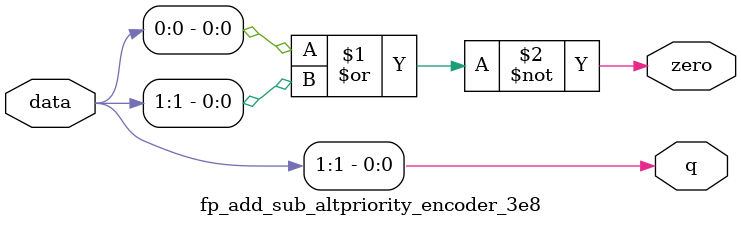
<source format=v>
module  fp_add_sub_altpriority_encoder_3e8
	( 
	data,
	q,
	zero) ;
	input   [1:0]  data;
	output   [0:0]  q;
	output   zero;
	assign
		q = {data[1]},
		zero = (~ (data[0] | data[1]));
endmodule
</source>
